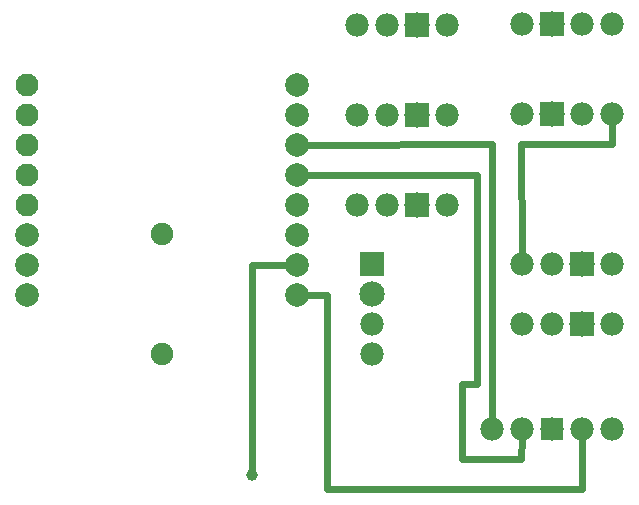
<source format=gtl>
G04 MADE WITH FRITZING*
G04 WWW.FRITZING.ORG*
G04 DOUBLE SIDED*
G04 HOLES PLATED*
G04 CONTOUR ON CENTER OF CONTOUR VECTOR*
%ASAXBY*%
%FSLAX23Y23*%
%MOIN*%
%OFA0B0*%
%SFA1.0B1.0*%
%ADD10C,0.075000*%
%ADD11C,0.078000*%
%ADD12C,0.084141*%
%ADD13C,0.039370*%
%ADD14C,0.076389*%
%ADD15C,0.079166*%
%ADD16R,0.084375X0.084375*%
%ADD17R,0.083333X0.083333*%
%ADD18R,0.078000X0.078000*%
%ADD19C,0.024000*%
%LNCOPPER1*%
G90*
G70*
G54D10*
X805Y1246D03*
X805Y846D03*
G54D11*
X2005Y1646D03*
G54D12*
X2105Y1646D03*
G54D11*
X2205Y1646D03*
X2305Y1646D03*
X2005Y1946D03*
G54D12*
X2105Y1946D03*
G54D11*
X2205Y1946D03*
X2305Y1946D03*
X2305Y1146D03*
G54D12*
X2205Y1146D03*
G54D11*
X2105Y1146D03*
X2005Y1146D03*
X1756Y1645D03*
G54D12*
X1656Y1645D03*
G54D11*
X1556Y1645D03*
X1456Y1645D03*
X1756Y1345D03*
G54D12*
X1656Y1345D03*
G54D11*
X1556Y1345D03*
X1456Y1345D03*
X1756Y1945D03*
G54D12*
X1656Y1945D03*
G54D11*
X1556Y1945D03*
X1456Y1945D03*
X2305Y946D03*
G54D12*
X2205Y946D03*
G54D11*
X2105Y946D03*
X2005Y946D03*
X1505Y1146D03*
G54D12*
X1505Y1046D03*
G54D11*
X1505Y946D03*
X1505Y846D03*
X2305Y596D03*
X2205Y596D03*
X2105Y596D03*
X2005Y596D03*
X1905Y596D03*
G54D13*
X1106Y445D03*
G54D14*
X356Y1745D03*
X356Y1645D03*
X356Y1545D03*
X356Y1445D03*
X356Y1345D03*
G54D15*
X356Y1245D03*
X356Y1145D03*
X356Y1045D03*
X1257Y1045D03*
X1257Y1145D03*
X1257Y1245D03*
X1257Y1345D03*
X1257Y1445D03*
X1257Y1545D03*
X1257Y1645D03*
X1257Y1745D03*
G54D16*
X2106Y1646D03*
X2106Y1946D03*
X2205Y1146D03*
X1655Y1645D03*
X1655Y1345D03*
X1655Y1945D03*
X2205Y946D03*
G54D17*
X1506Y1146D03*
G54D18*
X2105Y596D03*
G54D19*
X2004Y1546D02*
X2305Y1546D01*
D02*
X2305Y1546D02*
X2305Y1616D01*
D02*
X2005Y1176D02*
X2004Y1546D01*
D02*
X1905Y626D02*
X1905Y1547D01*
D02*
X1905Y1547D02*
X1287Y1545D01*
D02*
X1805Y496D02*
X1805Y747D01*
D02*
X1805Y747D02*
X1857Y747D01*
D02*
X2004Y496D02*
X1805Y496D01*
D02*
X2005Y566D02*
X2004Y496D01*
D02*
X1857Y747D02*
X1857Y1444D01*
D02*
X1857Y1444D02*
X1287Y1445D01*
D02*
X1105Y1145D02*
X1227Y1145D01*
D02*
X1106Y464D02*
X1105Y1145D01*
D02*
X1355Y396D02*
X1355Y1045D01*
D02*
X2206Y566D02*
X2207Y396D01*
D02*
X2207Y396D02*
X1355Y396D01*
D02*
X1355Y1045D02*
X1287Y1045D01*
G04 End of Copper1*
M02*
</source>
